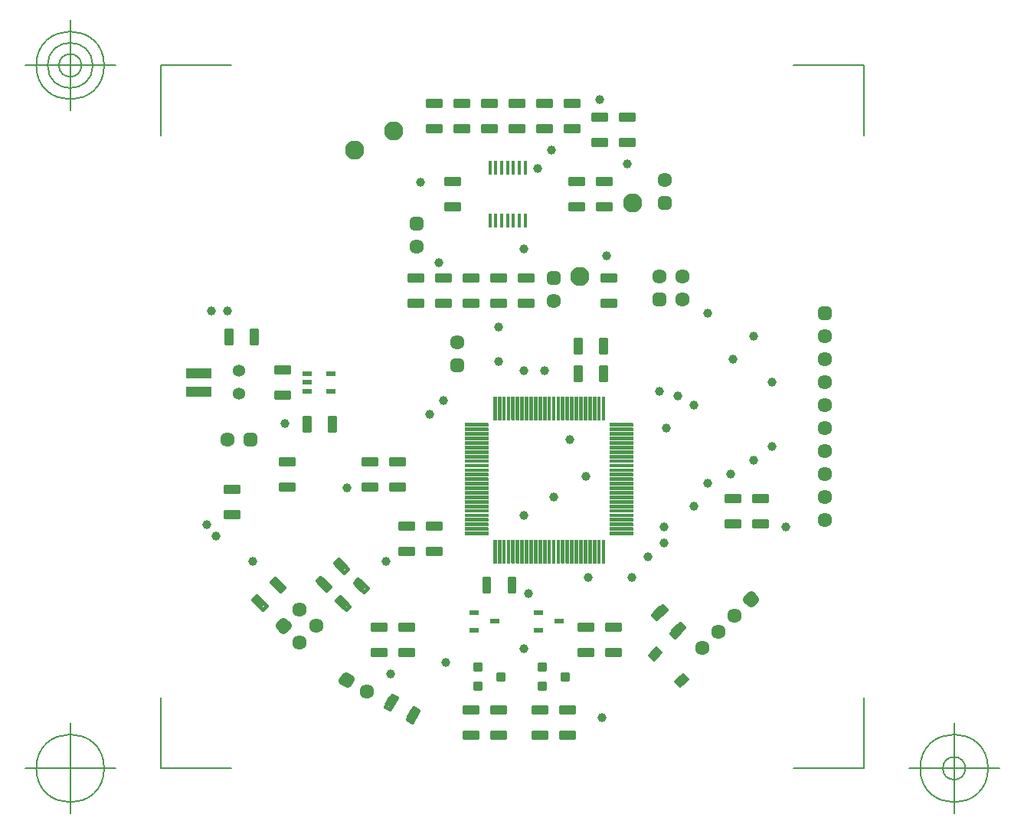
<source format=gbr>
G04 Generated by Ultiboard 13.0 *
%FSLAX25Y25*%
%MOIN*%

%ADD10C,0.00001*%
%ADD11C,0.00005*%
%ADD12C,0.00500*%
%ADD13C,0.03937*%
%ADD14P,0.05539X4*%
%ADD15C,0.01666*%
%ADD16C,0.06334*%
%ADD17P,0.02945X4*%
%ADD18C,0.03917*%
%ADD19P,0.02945X4X15*%
%ADD20P,0.05539X4X15*%
%ADD21R,0.05834X0.02251*%
%ADD22R,0.01772X0.05906*%
%ADD23R,0.03937X0.02362*%
%ADD24R,0.02334X0.02334*%
%ADD25C,0.08334*%
%ADD26R,0.02083X0.02083*%
%ADD27P,0.05567X4*%
%ADD28R,0.02251X0.05834*%
%ADD29R,0.04331X0.02362*%
%ADD30R,0.01181X0.10000*%
%ADD31C,0.00001*%
%ADD32R,0.10000X0.01181*%
%ADD33C,0.04156*%
%ADD34C,0.05337*%


G04 ColorRGB FF00CC for the following layer *
%LNSolder Mask Top*%
%LPD*%
G54D10*
G54D11*
G36*
X204049Y-34242D02*
X204049Y-29742D01*
X215053Y-29742D01*
X215053Y-34242D01*
X204049Y-34242D01*
G37*
G36*
X204049Y-42242D02*
X204049Y-37742D01*
X215053Y-37742D01*
X215053Y-42242D01*
X204049Y-42242D01*
G37*
G54D12*
X193024Y-203976D02*
X193024Y-173381D01*
X193024Y-203976D02*
X223619Y-203976D01*
X498976Y-203976D02*
X468381Y-203976D01*
X498976Y-203976D02*
X498976Y-173381D01*
X498976Y101976D02*
X498976Y71381D01*
X498976Y101976D02*
X468381Y101976D01*
X193024Y101976D02*
X223619Y101976D01*
X193024Y101976D02*
X193024Y71381D01*
X173339Y-203976D02*
X133969Y-203976D01*
X153654Y-223661D02*
X153654Y-184291D01*
X138890Y-203976D02*
G75*
D01*
G02X138890Y-203976I14764J0*
G01*
X518661Y-203976D02*
X558031Y-203976D01*
X538346Y-223661D02*
X538346Y-184291D01*
X523582Y-203976D02*
G75*
D01*
G02X523582Y-203976I14764J0*
G01*
X533425Y-203976D02*
G75*
D01*
G02X533425Y-203976I4921J0*
G01*
X173339Y101976D02*
X133969Y101976D01*
X153654Y82291D02*
X153654Y121661D01*
X138890Y101976D02*
G75*
D01*
G02X138890Y101976I14764J0*
G01*
X143811Y101976D02*
G75*
D01*
G02X143811Y101976I9843J0*
G01*
X148733Y101976D02*
G75*
D01*
G02X148733Y101976I4921J0*
G01*
G54D13*
X431000Y-80000D03*
X431000Y-6000D03*
X442000Y-26000D03*
X233000Y-114000D03*
X385000Y-182000D03*
X441000Y-75969D03*
X306000Y51000D03*
X314000Y16000D03*
X351000Y22000D03*
X451000Y-70000D03*
X451000Y-16000D03*
X465000Y-99000D03*
X459000Y-64000D03*
X459000Y-36000D03*
X425000Y-90000D03*
X425000Y-46000D03*
X418000Y-42000D03*
X410000Y-40000D03*
X317000Y-158000D03*
X351000Y-152000D03*
X310000Y-50000D03*
X293000Y-163000D03*
X396000Y59000D03*
X387000Y19000D03*
X357000Y57000D03*
X384000Y87000D03*
X363000Y65000D03*
X340031Y-12000D03*
X215000Y-5000D03*
X222000Y-5000D03*
X247000Y-54000D03*
X340000Y-27000D03*
X274000Y-82000D03*
X379000Y-121000D03*
X316000Y-44000D03*
X412000Y-106000D03*
X412000Y-99000D03*
X353000Y-128000D03*
X413000Y-56000D03*
X371000Y-61000D03*
X398000Y-121000D03*
X351000Y-31000D03*
X291000Y-114000D03*
X364000Y-86000D03*
X217000Y-103000D03*
X213000Y-98000D03*
X351000Y-94000D03*
X378000Y-77000D03*
X405000Y-112000D03*
X360000Y-31000D03*
G54D14*
X271735Y-115957D03*
X271558Y-115780D03*
X263957Y-123735D03*
X263780Y-123558D03*
X280220Y-124442D03*
X280043Y-124265D03*
X272442Y-132220D03*
X272265Y-132043D03*
X243978Y-124200D03*
X243800Y-124022D03*
X236200Y-131978D03*
X236022Y-131800D03*
X410200Y-136022D03*
X410022Y-136200D03*
X417978Y-143800D03*
X417800Y-143978D03*
G54D15*
X274505Y-117135D02*
X270380Y-113010D01*
X268788Y-114601D01*
X272913Y-118727D01*
X274505Y-117135D01*D02*
X266727Y-124913D02*
X262601Y-120788D01*
X261010Y-122380D01*
X265135Y-126505D01*
X266727Y-124913D01*D02*
X302279Y-183839D02*
X305196Y-178787D01*
X303247Y-177661D01*
X300330Y-182713D01*
X302279Y-183839D01*D02*
X292753Y-178339D02*
X295670Y-173287D01*
X293721Y-172161D01*
X290804Y-177213D01*
X292753Y-178339D01*D02*
X285083Y-154625D02*
X290917Y-154625D01*
X290917Y-152375D01*
X285083Y-152375D01*
X285083Y-154625D01*D02*
X285083Y-143625D02*
X290917Y-143625D01*
X290917Y-141375D01*
X285083Y-141375D01*
X285083Y-143625D01*D02*
X282990Y-125620D02*
X278865Y-121495D01*
X277273Y-123087D01*
X281399Y-127212D01*
X282990Y-125620D01*D02*
X275212Y-133399D02*
X271087Y-129273D01*
X269495Y-130865D01*
X273620Y-134990D01*
X275212Y-133399D01*D02*
X246748Y-125378D02*
X242622Y-121252D01*
X241031Y-122844D01*
X245156Y-126969D01*
X246748Y-125378D01*D02*
X238969Y-133156D02*
X234844Y-129031D01*
X233252Y-130622D01*
X237378Y-134748D01*
X238969Y-133156D01*D02*
X385083Y8375D02*
X390917Y8375D01*
X390917Y10625D01*
X385083Y10625D01*
X385083Y8375D01*D02*
X385083Y-2625D02*
X390917Y-2625D01*
X390917Y-375D01*
X385083Y-375D01*
X385083Y-2625D01*D02*
X329833Y-161000D02*
X332167Y-161000D01*
X332167Y-158666D01*
X329833Y-158666D01*
X329833Y-161000D01*D02*
X329833Y-169334D02*
X332167Y-169334D01*
X332167Y-167000D01*
X329833Y-167000D01*
X329833Y-169334D01*D02*
X339833Y-165167D02*
X342167Y-165167D01*
X342167Y-162833D01*
X339833Y-162833D01*
X339833Y-165167D01*D02*
X357833Y-161000D02*
X360167Y-161000D01*
X360167Y-158666D01*
X357833Y-158666D01*
X357833Y-161000D01*D02*
X357833Y-169334D02*
X360167Y-169334D01*
X360167Y-167000D01*
X357833Y-167000D01*
X357833Y-169334D01*D02*
X367833Y-165167D02*
X370167Y-165167D01*
X370167Y-162833D01*
X367833Y-162833D01*
X367833Y-165167D01*D02*
X325083Y-190625D02*
X330917Y-190625D01*
X330917Y-188375D01*
X325083Y-188375D01*
X325083Y-190625D01*D02*
X325083Y-179625D02*
X330917Y-179625D01*
X330917Y-177375D01*
X325083Y-177375D01*
X325083Y-179625D01*D02*
X337083Y-190625D02*
X342917Y-190625D01*
X342917Y-188375D01*
X337083Y-188375D01*
X337083Y-190625D01*D02*
X337083Y-179625D02*
X342917Y-179625D01*
X342917Y-177375D01*
X337083Y-177375D01*
X337083Y-179625D01*D02*
X355083Y-179625D02*
X360917Y-179625D01*
X360917Y-177375D01*
X355083Y-177375D01*
X355083Y-179625D01*D02*
X355083Y-190625D02*
X360917Y-190625D01*
X360917Y-188375D01*
X355083Y-188375D01*
X355083Y-190625D01*D02*
X367083Y-179625D02*
X372917Y-179625D01*
X372917Y-177375D01*
X367083Y-177375D01*
X367083Y-179625D01*D02*
X367083Y-190625D02*
X372917Y-190625D01*
X372917Y-188375D01*
X367083Y-188375D01*
X367083Y-190625D01*D02*
X375083Y-154625D02*
X380917Y-154625D01*
X380917Y-152375D01*
X375083Y-152375D01*
X375083Y-154625D01*D02*
X375083Y-143625D02*
X380917Y-143625D01*
X380917Y-141375D01*
X375083Y-141375D01*
X375083Y-143625D01*D02*
X387083Y-154625D02*
X392917Y-154625D01*
X392917Y-152375D01*
X387083Y-152375D01*
X387083Y-154625D01*D02*
X387083Y-143625D02*
X392917Y-143625D01*
X392917Y-141375D01*
X387083Y-141375D01*
X387083Y-143625D01*D02*
X301083Y8375D02*
X306917Y8375D01*
X306917Y10625D01*
X301083Y10625D01*
X301083Y8375D01*D02*
X301083Y-2625D02*
X306917Y-2625D01*
X306917Y-375D01*
X301083Y-375D01*
X301083Y-2625D01*D02*
X313083Y8375D02*
X318917Y8375D01*
X318917Y10625D01*
X313083Y10625D01*
X313083Y8375D01*D02*
X313083Y-2625D02*
X318917Y-2625D01*
X318917Y-375D01*
X313083Y-375D01*
X313083Y-2625D01*D02*
X325083Y-2625D02*
X330917Y-2625D01*
X330917Y-375D01*
X325083Y-375D01*
X325083Y-2625D01*D02*
X325083Y8375D02*
X330917Y8375D01*
X330917Y10625D01*
X325083Y10625D01*
X325083Y8375D01*D02*
X337083Y8375D02*
X342917Y8375D01*
X342917Y10625D01*
X337083Y10625D01*
X337083Y8375D01*D02*
X337083Y-2625D02*
X342917Y-2625D01*
X342917Y-375D01*
X337083Y-375D01*
X337083Y-2625D01*D02*
X349083Y8375D02*
X354917Y8375D01*
X354917Y10625D01*
X349083Y10625D01*
X349083Y8375D01*D02*
X349083Y-2625D02*
X354917Y-2625D01*
X354917Y-375D01*
X349083Y-375D01*
X349083Y-2625D01*D02*
X309083Y84375D02*
X314917Y84375D01*
X314917Y86625D01*
X309083Y86625D01*
X309083Y84375D01*D02*
X309083Y73375D02*
X314917Y73375D01*
X314917Y75625D01*
X309083Y75625D01*
X309083Y73375D01*D02*
X321083Y73375D02*
X326917Y73375D01*
X326917Y75625D01*
X321083Y75625D01*
X321083Y73375D01*D02*
X321083Y84375D02*
X326917Y84375D01*
X326917Y86625D01*
X321083Y86625D01*
X321083Y84375D01*D02*
X333083Y84375D02*
X338917Y84375D01*
X338917Y86625D01*
X333083Y86625D01*
X333083Y84375D01*D02*
X333083Y73375D02*
X338917Y73375D01*
X338917Y75625D01*
X333083Y75625D01*
X333083Y73375D01*D02*
X345083Y73375D02*
X350917Y73375D01*
X350917Y75625D01*
X345083Y75625D01*
X345083Y73375D01*D02*
X345083Y84375D02*
X350917Y84375D01*
X350917Y86625D01*
X345083Y86625D01*
X345083Y84375D01*D02*
X357083Y73375D02*
X362917Y73375D01*
X362917Y75625D01*
X357083Y75625D01*
X357083Y73375D01*D02*
X357083Y84375D02*
X362917Y84375D01*
X362917Y86625D01*
X357083Y86625D01*
X357083Y84375D01*D02*
X369083Y73375D02*
X374917Y73375D01*
X374917Y75625D01*
X369083Y75625D01*
X369083Y73375D01*D02*
X369083Y84375D02*
X374917Y84375D01*
X374917Y86625D01*
X369083Y86625D01*
X369083Y84375D01*D02*
X393083Y78375D02*
X398917Y78375D01*
X398917Y80625D01*
X393083Y80625D01*
X393083Y78375D01*D02*
X393083Y67375D02*
X398917Y67375D01*
X398917Y69625D01*
X393083Y69625D01*
X393083Y67375D01*D02*
X451083Y-98625D02*
X456917Y-98625D01*
X456917Y-96375D01*
X451083Y-96375D01*
X451083Y-98625D01*D02*
X451083Y-87625D02*
X456917Y-87625D01*
X456917Y-85375D01*
X451083Y-85375D01*
X451083Y-87625D01*D02*
X439083Y-98625D02*
X444917Y-98625D01*
X444917Y-96375D01*
X439083Y-96375D01*
X439083Y-98625D01*D02*
X439083Y-87625D02*
X444917Y-87625D01*
X444917Y-85375D01*
X439083Y-85375D01*
X439083Y-87625D01*D02*
X317083Y50375D02*
X322917Y50375D01*
X322917Y52625D01*
X317083Y52625D01*
X317083Y50375D01*D02*
X317083Y39375D02*
X322917Y39375D01*
X322917Y41625D01*
X317083Y41625D01*
X317083Y39375D01*D02*
X297083Y-154625D02*
X302917Y-154625D01*
X302917Y-152375D01*
X297083Y-152375D01*
X297083Y-154625D01*D02*
X297083Y-143625D02*
X302917Y-143625D01*
X302917Y-141375D01*
X297083Y-141375D01*
X297083Y-143625D01*D02*
X411378Y-133252D02*
X407252Y-137378D01*
X408844Y-138969D01*
X412969Y-134844D01*
X411378Y-133252D01*D02*
X419156Y-141031D02*
X415031Y-145156D01*
X416622Y-146748D01*
X420748Y-142622D01*
X419156Y-141031D01*D02*
X384375Y-34917D02*
X386625Y-34917D01*
X386625Y-29083D01*
X384375Y-29083D01*
X384375Y-34917D01*D02*
X373375Y-34917D02*
X375625Y-34917D01*
X375625Y-29083D01*
X373375Y-29083D01*
X373375Y-34917D01*D02*
X384375Y-22917D02*
X386625Y-22917D01*
X386625Y-17083D01*
X384375Y-17083D01*
X384375Y-22917D01*D02*
X373375Y-22917D02*
X375625Y-22917D01*
X375625Y-17083D01*
X373375Y-17083D01*
X373375Y-22917D01*D02*
X221375Y-18917D02*
X223625Y-18917D01*
X223625Y-13083D01*
X221375Y-13083D01*
X221375Y-18917D01*D02*
X232375Y-18917D02*
X234625Y-18917D01*
X234625Y-13083D01*
X232375Y-13083D01*
X232375Y-18917D01*D02*
X255375Y-56917D02*
X257625Y-56917D01*
X257625Y-51083D01*
X255375Y-51083D01*
X255375Y-56917D01*D02*
X266375Y-56917D02*
X268625Y-56917D01*
X268625Y-51083D01*
X266375Y-51083D01*
X266375Y-56917D01*D02*
X243083Y-31625D02*
X248917Y-31625D01*
X248917Y-29375D01*
X243083Y-29375D01*
X243083Y-31625D01*D02*
X243083Y-42625D02*
X248917Y-42625D01*
X248917Y-40375D01*
X243083Y-40375D01*
X243083Y-42625D01*D02*
X383083Y39375D02*
X388917Y39375D01*
X388917Y41625D01*
X383083Y41625D01*
X383083Y39375D01*D02*
X383083Y50375D02*
X388917Y50375D01*
X388917Y52625D01*
X383083Y52625D01*
X383083Y50375D01*D02*
X381083Y78375D02*
X386917Y78375D01*
X386917Y80625D01*
X381083Y80625D01*
X381083Y78375D01*D02*
X381083Y67375D02*
X386917Y67375D01*
X386917Y69625D01*
X381083Y69625D01*
X381083Y67375D01*D02*
X371083Y39375D02*
X376917Y39375D01*
X376917Y41625D01*
X371083Y41625D01*
X371083Y39375D01*D02*
X371083Y50375D02*
X376917Y50375D01*
X376917Y52625D01*
X371083Y52625D01*
X371083Y50375D01*D02*
X245083Y-71625D02*
X250917Y-71625D01*
X250917Y-69375D01*
X245083Y-69375D01*
X245083Y-71625D01*D02*
X245083Y-82625D02*
X250917Y-82625D01*
X250917Y-80375D01*
X245083Y-80375D01*
X245083Y-82625D01*D02*
X281083Y-82625D02*
X286917Y-82625D01*
X286917Y-80375D01*
X281083Y-80375D01*
X281083Y-82625D01*D02*
X281083Y-71625D02*
X286917Y-71625D01*
X286917Y-69375D01*
X281083Y-69375D01*
X281083Y-71625D01*D02*
X293083Y-71625D02*
X298917Y-71625D01*
X298917Y-69375D01*
X293083Y-69375D01*
X293083Y-71625D01*D02*
X293083Y-82625D02*
X298917Y-82625D01*
X298917Y-80375D01*
X293083Y-80375D01*
X293083Y-82625D01*D02*
X297083Y-99625D02*
X302917Y-99625D01*
X302917Y-97375D01*
X297083Y-97375D01*
X297083Y-99625D01*D02*
X297083Y-110625D02*
X302917Y-110625D01*
X302917Y-108375D01*
X297083Y-108375D01*
X297083Y-110625D01*D02*
X309083Y-110625D02*
X314917Y-110625D01*
X314917Y-108375D01*
X309083Y-108375D01*
X309083Y-110625D01*D02*
X309083Y-99625D02*
X314917Y-99625D01*
X314917Y-97375D01*
X309083Y-97375D01*
X309083Y-99625D01*D02*
X344608Y-126917D02*
X346858Y-126917D01*
X346858Y-121083D01*
X344608Y-121083D01*
X344608Y-126917D01*D02*
X333608Y-126917D02*
X335858Y-126917D01*
X335858Y-121083D01*
X333608Y-121083D01*
X333608Y-126917D01*D02*
X221083Y-83625D02*
X226917Y-83625D01*
X226917Y-81375D01*
X221083Y-81375D01*
X221083Y-83625D01*D02*
X221083Y-94625D02*
X226917Y-94625D01*
X226917Y-92375D01*
X221083Y-92375D01*
X221083Y-94625D01*D02*
G54D16*
X253571Y-134929D03*
X260642Y-142000D03*
X253571Y-149071D03*
X282660Y-170500D03*
X410000Y10000D03*
X420000Y0D03*
X420000Y10000D03*
X304500Y23000D03*
X428787Y-151713D03*
X442929Y-137571D03*
X435858Y-144642D03*
X364000Y-500D03*
X222000Y-61000D03*
X412500Y52000D03*
X482000Y-86000D03*
X482000Y-16000D03*
X482000Y-26000D03*
X482000Y-66000D03*
X482000Y-36000D03*
X482000Y-46000D03*
X482000Y-56000D03*
X482000Y-96000D03*
X482000Y-76000D03*
X322000Y-18500D03*
G54D17*
X246500Y-142000D03*
X450000Y-130500D03*
G54D18*
X245027Y-142000D02*
X246500Y-143473D01*
X247973Y-142000D01*
X246500Y-140527D01*
X245027Y-142000D01*D02*
X272577Y-165881D02*
X274381Y-166923D01*
X275423Y-165119D01*
X273619Y-164077D01*
X272577Y-165881D01*D02*
X408959Y-1041D02*
X411041Y-1041D01*
X411041Y1041D01*
X408959Y1041D01*
X408959Y-1041D01*D02*
X303459Y31959D02*
X305541Y31959D01*
X305541Y34041D01*
X303459Y34041D01*
X303459Y31959D01*D02*
X450000Y-129027D02*
X448527Y-130500D01*
X450000Y-131973D01*
X451473Y-130500D01*
X450000Y-129027D01*D02*
X362959Y8459D02*
X365041Y8459D01*
X365041Y10541D01*
X362959Y10541D01*
X362959Y8459D01*D02*
X230959Y-62041D02*
X233041Y-62041D01*
X233041Y-59959D01*
X230959Y-59959D01*
X230959Y-62041D01*D02*
X411459Y40959D02*
X413541Y40959D01*
X413541Y43041D01*
X411459Y43041D01*
X411459Y40959D01*D02*
X480959Y-7041D02*
X483041Y-7041D01*
X483041Y-4959D01*
X480959Y-4959D01*
X480959Y-7041D01*D02*
X320959Y-29541D02*
X323041Y-29541D01*
X323041Y-27459D01*
X320959Y-27459D01*
X320959Y-29541D01*D02*
G54D19*
X274000Y-165500D03*
G54D20*
X302700Y-180859D03*
X302826Y-180641D03*
X293174Y-175359D03*
X293300Y-175141D03*
G54D21*
X288000Y-153500D03*
X288000Y-142500D03*
X388000Y9500D03*
X388000Y-1500D03*
X328000Y-189500D03*
X328000Y-178500D03*
X340000Y-189500D03*
X340000Y-178500D03*
X358000Y-178500D03*
X358000Y-189500D03*
X370000Y-178500D03*
X370000Y-189500D03*
X378000Y-153500D03*
X378000Y-142500D03*
X390000Y-153500D03*
X390000Y-142500D03*
X304000Y9500D03*
X304000Y-1500D03*
X316000Y9500D03*
X316000Y-1500D03*
X328000Y-1500D03*
X328000Y9500D03*
X340000Y9500D03*
X340000Y-1500D03*
X352000Y9500D03*
X352000Y-1500D03*
X312000Y85500D03*
X312000Y74500D03*
X324000Y74500D03*
X324000Y85500D03*
X336000Y85500D03*
X336000Y74500D03*
X348000Y74500D03*
X348000Y85500D03*
X360000Y74500D03*
X360000Y85500D03*
X372000Y74500D03*
X372000Y85500D03*
X396000Y79500D03*
X396000Y68500D03*
X454000Y-97500D03*
X454000Y-86500D03*
X442000Y-97500D03*
X442000Y-86500D03*
X320000Y51500D03*
X320000Y40500D03*
X300000Y-153500D03*
X300000Y-142500D03*
X246000Y-30500D03*
X246000Y-41500D03*
X386000Y40500D03*
X386000Y51500D03*
X384000Y79500D03*
X384000Y68500D03*
X374000Y40500D03*
X374000Y51500D03*
X248000Y-70500D03*
X248000Y-81500D03*
X284000Y-81500D03*
X284000Y-70500D03*
X296000Y-70500D03*
X296000Y-81500D03*
X300000Y-98500D03*
X300000Y-109500D03*
X312000Y-109500D03*
X312000Y-98500D03*
X224000Y-82500D03*
X224000Y-93500D03*
G54D22*
X336323Y34583D03*
X338882Y34583D03*
X341441Y34583D03*
X344000Y34583D03*
X346559Y34583D03*
X349118Y34583D03*
X351677Y34583D03*
X338882Y57417D03*
X336323Y57417D03*
X341441Y57417D03*
X346559Y57417D03*
X344000Y57417D03*
X349118Y57417D03*
X351677Y57417D03*
G54D23*
X357472Y-143740D03*
X357472Y-136260D03*
X366528Y-140000D03*
X329472Y-143740D03*
X329472Y-136260D03*
X338528Y-140000D03*
G54D24*
X331000Y-159833D03*
X331000Y-168167D03*
X341000Y-164000D03*
X359000Y-159833D03*
X359000Y-168167D03*
X369000Y-164000D03*
G54D25*
X375500Y10000D03*
X294500Y73500D03*
X398500Y42000D03*
X277500Y65000D03*
G54D26*
X410000Y0D03*
X304500Y33000D03*
X364000Y9500D03*
X232000Y-61000D03*
X412500Y42000D03*
X482000Y-6000D03*
X322000Y-28500D03*
G54D27*
X407667Y-154780D03*
X408780Y-153667D03*
X419220Y-166333D03*
X420333Y-165220D03*
G54D28*
X385500Y-32000D03*
X374500Y-32000D03*
X385500Y-20000D03*
X374500Y-20000D03*
X222500Y-16000D03*
X233500Y-16000D03*
X256500Y-54000D03*
X267500Y-54000D03*
X345733Y-124000D03*
X334733Y-124000D03*
G54D29*
X256882Y-39740D03*
X267118Y-39740D03*
X256882Y-36000D03*
X256882Y-32260D03*
X267118Y-32260D03*
G54D30*
X338378Y-109421D03*
X342315Y-109421D03*
X340346Y-109421D03*
X344283Y-109421D03*
X346252Y-109421D03*
X348220Y-109421D03*
X350189Y-109421D03*
X352157Y-109421D03*
X354126Y-109421D03*
X358063Y-109421D03*
X356094Y-109421D03*
X360031Y-109421D03*
X362000Y-109421D03*
X367906Y-109421D03*
X363969Y-109421D03*
X365937Y-109421D03*
X369874Y-109421D03*
X373811Y-109421D03*
X371843Y-109421D03*
X375780Y-109421D03*
X377748Y-109421D03*
X379717Y-109421D03*
X381685Y-109421D03*
X383654Y-109421D03*
X385622Y-109421D03*
X338378Y-47079D03*
X342315Y-47079D03*
X340346Y-47079D03*
X344283Y-47079D03*
X346252Y-47079D03*
X348220Y-47079D03*
X350189Y-47079D03*
X352157Y-47079D03*
X354126Y-47079D03*
X360031Y-47079D03*
X358063Y-47079D03*
X356094Y-47079D03*
X362000Y-47079D03*
X365937Y-47079D03*
X363969Y-47079D03*
X367906Y-47079D03*
X369874Y-47079D03*
X373811Y-47079D03*
X371843Y-47079D03*
X375780Y-47079D03*
X377748Y-47079D03*
X379717Y-47079D03*
X381685Y-47079D03*
X383654Y-47079D03*
X385622Y-47079D03*
G54D31*
X337788Y-114421D02*
X338968Y-114421D01*
X338968Y-104421D01*
X337788Y-104421D01*
X337788Y-114421D01*D02*
X341725Y-114421D02*
X342905Y-114421D01*
X342905Y-104421D01*
X341725Y-104421D01*
X341725Y-114421D01*D02*
X339756Y-114421D02*
X340936Y-114421D01*
X340936Y-104421D01*
X339756Y-104421D01*
X339756Y-114421D01*D02*
X343693Y-114421D02*
X344873Y-114421D01*
X344873Y-104421D01*
X343693Y-104421D01*
X343693Y-114421D01*D02*
X345662Y-114421D02*
X346842Y-114421D01*
X346842Y-104421D01*
X345662Y-104421D01*
X345662Y-114421D01*D02*
X347630Y-114421D02*
X348810Y-114421D01*
X348810Y-104421D01*
X347630Y-104421D01*
X347630Y-114421D01*D02*
X349599Y-114421D02*
X350779Y-114421D01*
X350779Y-104421D01*
X349599Y-104421D01*
X349599Y-114421D01*D02*
X351567Y-114421D02*
X352747Y-114421D01*
X352747Y-104421D01*
X351567Y-104421D01*
X351567Y-114421D01*D02*
X353536Y-114421D02*
X354716Y-114421D01*
X354716Y-104421D01*
X353536Y-104421D01*
X353536Y-114421D01*D02*
X357473Y-114421D02*
X358653Y-114421D01*
X358653Y-104421D01*
X357473Y-104421D01*
X357473Y-114421D01*D02*
X355504Y-114421D02*
X356684Y-114421D01*
X356684Y-104421D01*
X355504Y-104421D01*
X355504Y-114421D01*D02*
X359441Y-114421D02*
X360621Y-114421D01*
X360621Y-104421D01*
X359441Y-104421D01*
X359441Y-114421D01*D02*
X361410Y-114421D02*
X362590Y-114421D01*
X362590Y-104421D01*
X361410Y-104421D01*
X361410Y-114421D01*D02*
X367316Y-114421D02*
X368496Y-114421D01*
X368496Y-104421D01*
X367316Y-104421D01*
X367316Y-114421D01*D02*
X363379Y-114421D02*
X364559Y-114421D01*
X364559Y-104421D01*
X363379Y-104421D01*
X363379Y-114421D01*D02*
X365347Y-114421D02*
X366527Y-114421D01*
X366527Y-104421D01*
X365347Y-104421D01*
X365347Y-114421D01*D02*
X369284Y-114421D02*
X370464Y-114421D01*
X370464Y-104421D01*
X369284Y-104421D01*
X369284Y-114421D01*D02*
X373221Y-114421D02*
X374401Y-114421D01*
X374401Y-104421D01*
X373221Y-104421D01*
X373221Y-114421D01*D02*
X371253Y-114421D02*
X372433Y-114421D01*
X372433Y-104421D01*
X371253Y-104421D01*
X371253Y-114421D01*D02*
X375190Y-114421D02*
X376370Y-114421D01*
X376370Y-104421D01*
X375190Y-104421D01*
X375190Y-114421D01*D02*
X377158Y-114421D02*
X378338Y-114421D01*
X378338Y-104421D01*
X377158Y-104421D01*
X377158Y-114421D01*D02*
X379127Y-114421D02*
X380307Y-114421D01*
X380307Y-104421D01*
X379127Y-104421D01*
X379127Y-114421D01*D02*
X381095Y-114421D02*
X382275Y-114421D01*
X382275Y-104421D01*
X381095Y-104421D01*
X381095Y-114421D01*D02*
X383064Y-114421D02*
X384244Y-114421D01*
X384244Y-104421D01*
X383064Y-104421D01*
X383064Y-114421D01*D02*
X385032Y-114421D02*
X386212Y-114421D01*
X386212Y-104421D01*
X385032Y-104421D01*
X385032Y-114421D01*D02*
X325579Y-102212D02*
X335579Y-102212D01*
X335579Y-101032D01*
X325579Y-101032D01*
X325579Y-102212D01*D02*
X388421Y-102212D02*
X398421Y-102212D01*
X398421Y-101032D01*
X388421Y-101032D01*
X388421Y-102212D01*D02*
X325579Y-96307D02*
X335579Y-96307D01*
X335579Y-95127D01*
X325579Y-95127D01*
X325579Y-96307D01*D02*
X325579Y-98275D02*
X335579Y-98275D01*
X335579Y-97095D01*
X325579Y-97095D01*
X325579Y-98275D01*D02*
X325579Y-100244D02*
X335579Y-100244D01*
X335579Y-99064D01*
X325579Y-99064D01*
X325579Y-100244D01*D02*
X325579Y-94338D02*
X335579Y-94338D01*
X335579Y-93158D01*
X325579Y-93158D01*
X325579Y-94338D01*D02*
X388421Y-96307D02*
X398421Y-96307D01*
X398421Y-95127D01*
X388421Y-95127D01*
X388421Y-96307D01*D02*
X388421Y-98275D02*
X398421Y-98275D01*
X398421Y-97095D01*
X388421Y-97095D01*
X388421Y-98275D01*D02*
X388421Y-100244D02*
X398421Y-100244D01*
X398421Y-99064D01*
X388421Y-99064D01*
X388421Y-100244D01*D02*
X388421Y-94338D02*
X398421Y-94338D01*
X398421Y-93158D01*
X388421Y-93158D01*
X388421Y-94338D01*D02*
X325579Y-92370D02*
X335579Y-92370D01*
X335579Y-91190D01*
X325579Y-91190D01*
X325579Y-92370D01*D02*
X325579Y-90401D02*
X335579Y-90401D01*
X335579Y-89221D01*
X325579Y-89221D01*
X325579Y-90401D01*D02*
X325579Y-88433D02*
X335579Y-88433D01*
X335579Y-87253D01*
X325579Y-87253D01*
X325579Y-88433D01*D02*
X325579Y-86464D02*
X335579Y-86464D01*
X335579Y-85284D01*
X325579Y-85284D01*
X325579Y-86464D01*D02*
X388421Y-90401D02*
X398421Y-90401D01*
X398421Y-89221D01*
X388421Y-89221D01*
X388421Y-90401D01*D02*
X388421Y-92370D02*
X398421Y-92370D01*
X398421Y-91190D01*
X388421Y-91190D01*
X388421Y-92370D01*D02*
X388421Y-88433D02*
X398421Y-88433D01*
X398421Y-87253D01*
X388421Y-87253D01*
X388421Y-88433D01*D02*
X388421Y-86464D02*
X398421Y-86464D01*
X398421Y-85284D01*
X388421Y-85284D01*
X388421Y-86464D01*D02*
X325579Y-80559D02*
X335579Y-80559D01*
X335579Y-79379D01*
X325579Y-79379D01*
X325579Y-80559D01*D02*
X325579Y-82527D02*
X335579Y-82527D01*
X335579Y-81347D01*
X325579Y-81347D01*
X325579Y-82527D01*D02*
X325579Y-84496D02*
X335579Y-84496D01*
X335579Y-83316D01*
X325579Y-83316D01*
X325579Y-84496D01*D02*
X325579Y-78590D02*
X335579Y-78590D01*
X335579Y-77410D01*
X325579Y-77410D01*
X325579Y-78590D01*D02*
X388421Y-80559D02*
X398421Y-80559D01*
X398421Y-79379D01*
X388421Y-79379D01*
X388421Y-80559D01*D02*
X388421Y-82527D02*
X398421Y-82527D01*
X398421Y-81347D01*
X388421Y-81347D01*
X388421Y-82527D01*D02*
X388421Y-84496D02*
X398421Y-84496D01*
X398421Y-83316D01*
X388421Y-83316D01*
X388421Y-84496D01*D02*
X388421Y-78590D02*
X398421Y-78590D01*
X398421Y-77410D01*
X388421Y-77410D01*
X388421Y-78590D01*D02*
X325579Y-76621D02*
X335579Y-76621D01*
X335579Y-75441D01*
X325579Y-75441D01*
X325579Y-76621D01*D02*
X325579Y-74653D02*
X335579Y-74653D01*
X335579Y-73473D01*
X325579Y-73473D01*
X325579Y-74653D01*D02*
X325579Y-72684D02*
X335579Y-72684D01*
X335579Y-71504D01*
X325579Y-71504D01*
X325579Y-72684D01*D02*
X325579Y-70716D02*
X335579Y-70716D01*
X335579Y-69536D01*
X325579Y-69536D01*
X325579Y-70716D01*D02*
X388421Y-76621D02*
X398421Y-76621D01*
X398421Y-75441D01*
X388421Y-75441D01*
X388421Y-76621D01*D02*
X388421Y-74653D02*
X398421Y-74653D01*
X398421Y-73473D01*
X388421Y-73473D01*
X388421Y-74653D01*D02*
X388421Y-72684D02*
X398421Y-72684D01*
X398421Y-71504D01*
X388421Y-71504D01*
X388421Y-72684D01*D02*
X388421Y-70716D02*
X398421Y-70716D01*
X398421Y-69536D01*
X388421Y-69536D01*
X388421Y-70716D01*D02*
X325579Y-64810D02*
X335579Y-64810D01*
X335579Y-63630D01*
X325579Y-63630D01*
X325579Y-64810D01*D02*
X325579Y-66779D02*
X335579Y-66779D01*
X335579Y-65599D01*
X325579Y-65599D01*
X325579Y-66779D01*D02*
X325579Y-68747D02*
X335579Y-68747D01*
X335579Y-67567D01*
X325579Y-67567D01*
X325579Y-68747D01*D02*
X325579Y-62842D02*
X335579Y-62842D01*
X335579Y-61662D01*
X325579Y-61662D01*
X325579Y-62842D01*D02*
X388421Y-64810D02*
X398421Y-64810D01*
X398421Y-63630D01*
X388421Y-63630D01*
X388421Y-64810D01*D02*
X388421Y-66779D02*
X398421Y-66779D01*
X398421Y-65599D01*
X388421Y-65599D01*
X388421Y-66779D01*D02*
X388421Y-68747D02*
X398421Y-68747D01*
X398421Y-67567D01*
X388421Y-67567D01*
X388421Y-68747D01*D02*
X388421Y-62842D02*
X398421Y-62842D01*
X398421Y-61662D01*
X388421Y-61662D01*
X388421Y-62842D01*D02*
X325579Y-60873D02*
X335579Y-60873D01*
X335579Y-59693D01*
X325579Y-59693D01*
X325579Y-60873D01*D02*
X325579Y-58905D02*
X335579Y-58905D01*
X335579Y-57725D01*
X325579Y-57725D01*
X325579Y-58905D01*D02*
X325579Y-56936D02*
X335579Y-56936D01*
X335579Y-55756D01*
X325579Y-55756D01*
X325579Y-56936D01*D02*
X325579Y-54968D02*
X335579Y-54968D01*
X335579Y-53788D01*
X325579Y-53788D01*
X325579Y-54968D01*D02*
X388421Y-58905D02*
X398421Y-58905D01*
X398421Y-57725D01*
X388421Y-57725D01*
X388421Y-58905D01*D02*
X388421Y-60873D02*
X398421Y-60873D01*
X398421Y-59693D01*
X388421Y-59693D01*
X388421Y-60873D01*D02*
X388421Y-56936D02*
X398421Y-56936D01*
X398421Y-55756D01*
X388421Y-55756D01*
X388421Y-56936D01*D02*
X388421Y-54968D02*
X398421Y-54968D01*
X398421Y-53788D01*
X388421Y-53788D01*
X388421Y-54968D01*D02*
X337788Y-52079D02*
X338968Y-52079D01*
X338968Y-42079D01*
X337788Y-42079D01*
X337788Y-52079D01*D02*
X341725Y-52079D02*
X342905Y-52079D01*
X342905Y-42079D01*
X341725Y-42079D01*
X341725Y-52079D01*D02*
X339756Y-52079D02*
X340936Y-52079D01*
X340936Y-42079D01*
X339756Y-42079D01*
X339756Y-52079D01*D02*
X343693Y-52079D02*
X344873Y-52079D01*
X344873Y-42079D01*
X343693Y-42079D01*
X343693Y-52079D01*D02*
X345662Y-52079D02*
X346842Y-52079D01*
X346842Y-42079D01*
X345662Y-42079D01*
X345662Y-52079D01*D02*
X347630Y-52079D02*
X348810Y-52079D01*
X348810Y-42079D01*
X347630Y-42079D01*
X347630Y-52079D01*D02*
X349599Y-52079D02*
X350779Y-52079D01*
X350779Y-42079D01*
X349599Y-42079D01*
X349599Y-52079D01*D02*
X351567Y-52079D02*
X352747Y-52079D01*
X352747Y-42079D01*
X351567Y-42079D01*
X351567Y-52079D01*D02*
X353536Y-52079D02*
X354716Y-52079D01*
X354716Y-42079D01*
X353536Y-42079D01*
X353536Y-52079D01*D02*
X359441Y-52079D02*
X360621Y-52079D01*
X360621Y-42079D01*
X359441Y-42079D01*
X359441Y-52079D01*D02*
X357473Y-52079D02*
X358653Y-52079D01*
X358653Y-42079D01*
X357473Y-42079D01*
X357473Y-52079D01*D02*
X355504Y-52079D02*
X356684Y-52079D01*
X356684Y-42079D01*
X355504Y-42079D01*
X355504Y-52079D01*D02*
X361410Y-52079D02*
X362590Y-52079D01*
X362590Y-42079D01*
X361410Y-42079D01*
X361410Y-52079D01*D02*
X365347Y-52079D02*
X366527Y-52079D01*
X366527Y-42079D01*
X365347Y-42079D01*
X365347Y-52079D01*D02*
X363379Y-52079D02*
X364559Y-52079D01*
X364559Y-42079D01*
X363379Y-42079D01*
X363379Y-52079D01*D02*
X367316Y-52079D02*
X368496Y-52079D01*
X368496Y-42079D01*
X367316Y-42079D01*
X367316Y-52079D01*D02*
X369284Y-52079D02*
X370464Y-52079D01*
X370464Y-42079D01*
X369284Y-42079D01*
X369284Y-52079D01*D02*
X373221Y-52079D02*
X374401Y-52079D01*
X374401Y-42079D01*
X373221Y-42079D01*
X373221Y-52079D01*D02*
X371253Y-52079D02*
X372433Y-52079D01*
X372433Y-42079D01*
X371253Y-42079D01*
X371253Y-52079D01*D02*
X375190Y-52079D02*
X376370Y-52079D01*
X376370Y-42079D01*
X375190Y-42079D01*
X375190Y-52079D01*D02*
X377158Y-52079D02*
X378338Y-52079D01*
X378338Y-42079D01*
X377158Y-42079D01*
X377158Y-52079D01*D02*
X379127Y-52079D02*
X380307Y-52079D01*
X380307Y-42079D01*
X379127Y-42079D01*
X379127Y-52079D01*D02*
X381095Y-52079D02*
X382275Y-52079D01*
X382275Y-42079D01*
X381095Y-42079D01*
X381095Y-52079D01*D02*
X383064Y-52079D02*
X384244Y-52079D01*
X384244Y-42079D01*
X383064Y-42079D01*
X383064Y-52079D01*D02*
X385032Y-52079D02*
X386212Y-52079D01*
X386212Y-42079D01*
X385032Y-42079D01*
X385032Y-52079D01*D02*
G54D32*
X330579Y-101622D03*
X393421Y-101622D03*
X330579Y-95717D03*
X330579Y-97685D03*
X330579Y-99654D03*
X330579Y-93748D03*
X393421Y-95717D03*
X393421Y-97685D03*
X393421Y-99654D03*
X393421Y-93748D03*
X330579Y-91780D03*
X330579Y-89811D03*
X330579Y-87843D03*
X330579Y-85874D03*
X393421Y-89811D03*
X393421Y-91780D03*
X393421Y-87843D03*
X393421Y-85874D03*
X330579Y-79969D03*
X330579Y-81937D03*
X330579Y-83906D03*
X330579Y-78000D03*
X393421Y-79969D03*
X393421Y-81937D03*
X393421Y-83906D03*
X393421Y-78000D03*
X330579Y-76031D03*
X330579Y-74063D03*
X330579Y-72094D03*
X330579Y-70126D03*
X393421Y-76031D03*
X393421Y-74063D03*
X393421Y-72094D03*
X393421Y-70126D03*
X330579Y-64220D03*
X330579Y-66189D03*
X330579Y-68157D03*
X330579Y-62252D03*
X393421Y-64220D03*
X393421Y-66189D03*
X393421Y-68157D03*
X393421Y-62252D03*
X330579Y-60283D03*
X330579Y-58315D03*
X330579Y-56346D03*
X330579Y-54378D03*
X393421Y-58315D03*
X393421Y-60283D03*
X393421Y-56346D03*
X393421Y-54378D03*
G54D33*
X209551Y-32012D03*
X209551Y-39886D03*
G54D34*
X227051Y-40949D03*
X227051Y-30949D03*

M02*

</source>
